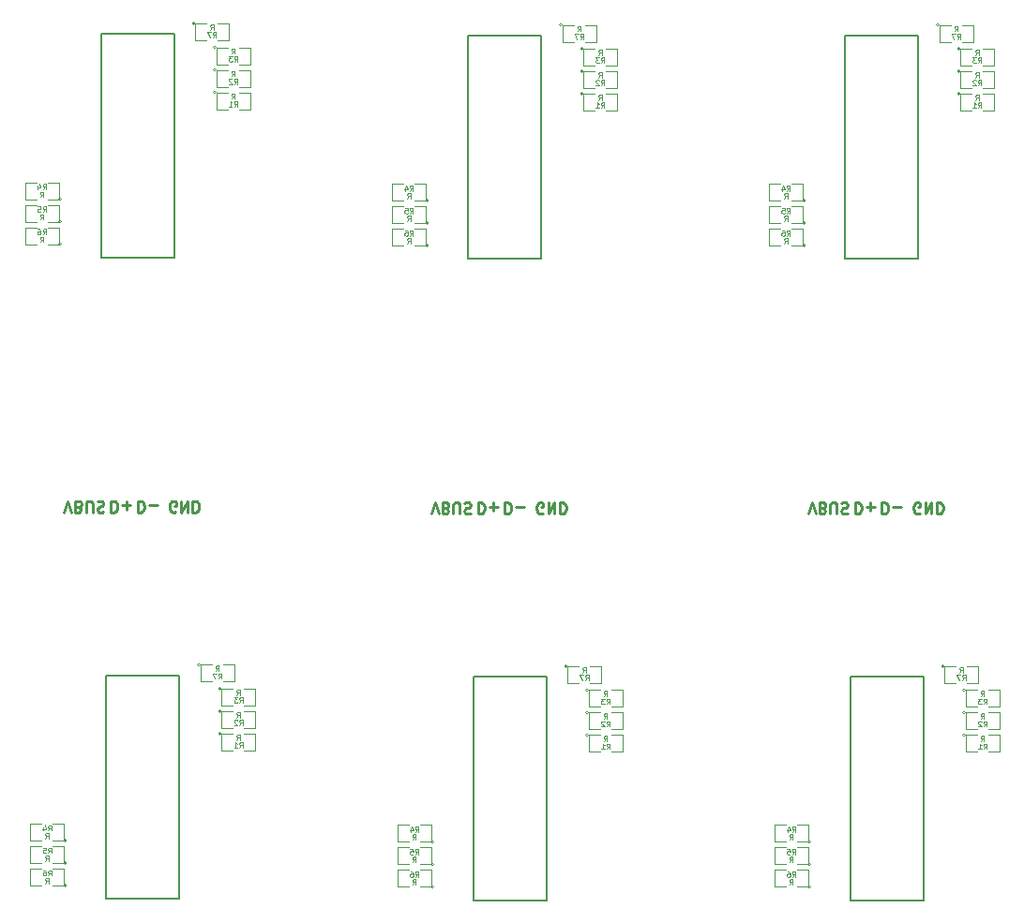
<source format=gbo>
G04 (created by PCBNEW (2013-may-18)-stable) date Пн 18 апр 2016 10:16:46*
%MOIN*%
G04 Gerber Fmt 3.4, Leading zero omitted, Abs format*
%FSLAX34Y34*%
G01*
G70*
G90*
G04 APERTURE LIST*
%ADD10C,0.00590551*%
%ADD11C,0.00984252*%
%ADD12C,0.0039*%
%ADD13C,0.0043*%
G04 APERTURE END LIST*
G54D10*
G54D11*
X58578Y-65534D02*
X58709Y-65140D01*
X58840Y-65534D01*
X59103Y-65346D02*
X59159Y-65328D01*
X59178Y-65309D01*
X59196Y-65271D01*
X59196Y-65215D01*
X59178Y-65178D01*
X59159Y-65159D01*
X59121Y-65140D01*
X58971Y-65140D01*
X58971Y-65534D01*
X59103Y-65534D01*
X59140Y-65515D01*
X59159Y-65496D01*
X59178Y-65459D01*
X59178Y-65421D01*
X59159Y-65384D01*
X59140Y-65365D01*
X59103Y-65346D01*
X58971Y-65346D01*
X59365Y-65534D02*
X59365Y-65215D01*
X59384Y-65178D01*
X59403Y-65159D01*
X59440Y-65140D01*
X59515Y-65140D01*
X59553Y-65159D01*
X59571Y-65178D01*
X59590Y-65215D01*
X59590Y-65534D01*
X59759Y-65159D02*
X59815Y-65140D01*
X59909Y-65140D01*
X59946Y-65159D01*
X59965Y-65178D01*
X59984Y-65215D01*
X59984Y-65253D01*
X59965Y-65290D01*
X59946Y-65309D01*
X59909Y-65328D01*
X59834Y-65346D01*
X59796Y-65365D01*
X59778Y-65384D01*
X59759Y-65421D01*
X59759Y-65459D01*
X59778Y-65496D01*
X59796Y-65515D01*
X59834Y-65534D01*
X59928Y-65534D01*
X59984Y-65515D01*
X60253Y-65140D02*
X60253Y-65534D01*
X60346Y-65534D01*
X60403Y-65515D01*
X60440Y-65478D01*
X60459Y-65440D01*
X60478Y-65365D01*
X60478Y-65309D01*
X60459Y-65234D01*
X60440Y-65196D01*
X60403Y-65159D01*
X60346Y-65140D01*
X60253Y-65140D01*
X60646Y-65290D02*
X60946Y-65290D01*
X60796Y-65140D02*
X60796Y-65440D01*
X61203Y-65140D02*
X61203Y-65534D01*
X61296Y-65534D01*
X61353Y-65515D01*
X61390Y-65478D01*
X61409Y-65440D01*
X61428Y-65365D01*
X61428Y-65309D01*
X61409Y-65234D01*
X61390Y-65196D01*
X61353Y-65159D01*
X61296Y-65140D01*
X61203Y-65140D01*
X61596Y-65290D02*
X61896Y-65290D01*
X62550Y-65515D02*
X62512Y-65534D01*
X62456Y-65534D01*
X62400Y-65515D01*
X62362Y-65478D01*
X62343Y-65440D01*
X62325Y-65365D01*
X62325Y-65309D01*
X62343Y-65234D01*
X62362Y-65196D01*
X62400Y-65159D01*
X62456Y-65140D01*
X62493Y-65140D01*
X62550Y-65159D01*
X62568Y-65178D01*
X62568Y-65309D01*
X62493Y-65309D01*
X62737Y-65140D02*
X62737Y-65534D01*
X62962Y-65140D01*
X62962Y-65534D01*
X63149Y-65140D02*
X63149Y-65534D01*
X63243Y-65534D01*
X63299Y-65515D01*
X63337Y-65478D01*
X63356Y-65440D01*
X63374Y-65365D01*
X63374Y-65309D01*
X63356Y-65234D01*
X63337Y-65196D01*
X63299Y-65159D01*
X63243Y-65140D01*
X63149Y-65140D01*
X75600Y-65565D02*
X75562Y-65584D01*
X75506Y-65584D01*
X75450Y-65565D01*
X75412Y-65528D01*
X75393Y-65490D01*
X75375Y-65415D01*
X75375Y-65359D01*
X75393Y-65284D01*
X75412Y-65246D01*
X75450Y-65209D01*
X75506Y-65190D01*
X75543Y-65190D01*
X75600Y-65209D01*
X75618Y-65228D01*
X75618Y-65359D01*
X75543Y-65359D01*
X75787Y-65190D02*
X75787Y-65584D01*
X76012Y-65190D01*
X76012Y-65584D01*
X76199Y-65190D02*
X76199Y-65584D01*
X76293Y-65584D01*
X76349Y-65565D01*
X76387Y-65528D01*
X76406Y-65490D01*
X76424Y-65415D01*
X76424Y-65359D01*
X76406Y-65284D01*
X76387Y-65246D01*
X76349Y-65209D01*
X76293Y-65190D01*
X76199Y-65190D01*
X74253Y-65190D02*
X74253Y-65584D01*
X74346Y-65584D01*
X74403Y-65565D01*
X74440Y-65528D01*
X74459Y-65490D01*
X74478Y-65415D01*
X74478Y-65359D01*
X74459Y-65284D01*
X74440Y-65246D01*
X74403Y-65209D01*
X74346Y-65190D01*
X74253Y-65190D01*
X74646Y-65340D02*
X74946Y-65340D01*
X73303Y-65190D02*
X73303Y-65584D01*
X73396Y-65584D01*
X73453Y-65565D01*
X73490Y-65528D01*
X73509Y-65490D01*
X73528Y-65415D01*
X73528Y-65359D01*
X73509Y-65284D01*
X73490Y-65246D01*
X73453Y-65209D01*
X73396Y-65190D01*
X73303Y-65190D01*
X73696Y-65340D02*
X73996Y-65340D01*
X73846Y-65190D02*
X73846Y-65490D01*
X71628Y-65584D02*
X71759Y-65190D01*
X71890Y-65584D01*
X72153Y-65396D02*
X72209Y-65378D01*
X72228Y-65359D01*
X72246Y-65321D01*
X72246Y-65265D01*
X72228Y-65228D01*
X72209Y-65209D01*
X72171Y-65190D01*
X72021Y-65190D01*
X72021Y-65584D01*
X72153Y-65584D01*
X72190Y-65565D01*
X72209Y-65546D01*
X72228Y-65509D01*
X72228Y-65471D01*
X72209Y-65434D01*
X72190Y-65415D01*
X72153Y-65396D01*
X72021Y-65396D01*
X72415Y-65584D02*
X72415Y-65265D01*
X72434Y-65228D01*
X72453Y-65209D01*
X72490Y-65190D01*
X72565Y-65190D01*
X72603Y-65209D01*
X72621Y-65228D01*
X72640Y-65265D01*
X72640Y-65584D01*
X72809Y-65209D02*
X72865Y-65190D01*
X72959Y-65190D01*
X72996Y-65209D01*
X73015Y-65228D01*
X73034Y-65265D01*
X73034Y-65303D01*
X73015Y-65340D01*
X72996Y-65359D01*
X72959Y-65378D01*
X72884Y-65396D01*
X72846Y-65415D01*
X72828Y-65434D01*
X72809Y-65471D01*
X72809Y-65509D01*
X72828Y-65546D01*
X72846Y-65565D01*
X72884Y-65584D01*
X72978Y-65584D01*
X73034Y-65565D01*
X85028Y-65584D02*
X85159Y-65190D01*
X85290Y-65584D01*
X85553Y-65396D02*
X85609Y-65378D01*
X85628Y-65359D01*
X85646Y-65321D01*
X85646Y-65265D01*
X85628Y-65228D01*
X85609Y-65209D01*
X85571Y-65190D01*
X85421Y-65190D01*
X85421Y-65584D01*
X85553Y-65584D01*
X85590Y-65565D01*
X85609Y-65546D01*
X85628Y-65509D01*
X85628Y-65471D01*
X85609Y-65434D01*
X85590Y-65415D01*
X85553Y-65396D01*
X85421Y-65396D01*
X85815Y-65584D02*
X85815Y-65265D01*
X85834Y-65228D01*
X85853Y-65209D01*
X85890Y-65190D01*
X85965Y-65190D01*
X86003Y-65209D01*
X86021Y-65228D01*
X86040Y-65265D01*
X86040Y-65584D01*
X86209Y-65209D02*
X86265Y-65190D01*
X86359Y-65190D01*
X86396Y-65209D01*
X86415Y-65228D01*
X86434Y-65265D01*
X86434Y-65303D01*
X86415Y-65340D01*
X86396Y-65359D01*
X86359Y-65378D01*
X86284Y-65396D01*
X86246Y-65415D01*
X86228Y-65434D01*
X86209Y-65471D01*
X86209Y-65509D01*
X86228Y-65546D01*
X86246Y-65565D01*
X86284Y-65584D01*
X86378Y-65584D01*
X86434Y-65565D01*
X86703Y-65190D02*
X86703Y-65584D01*
X86796Y-65584D01*
X86853Y-65565D01*
X86890Y-65528D01*
X86909Y-65490D01*
X86928Y-65415D01*
X86928Y-65359D01*
X86909Y-65284D01*
X86890Y-65246D01*
X86853Y-65209D01*
X86796Y-65190D01*
X86703Y-65190D01*
X87096Y-65340D02*
X87396Y-65340D01*
X87246Y-65190D02*
X87246Y-65490D01*
X87653Y-65190D02*
X87653Y-65584D01*
X87746Y-65584D01*
X87803Y-65565D01*
X87840Y-65528D01*
X87859Y-65490D01*
X87878Y-65415D01*
X87878Y-65359D01*
X87859Y-65284D01*
X87840Y-65246D01*
X87803Y-65209D01*
X87746Y-65190D01*
X87653Y-65190D01*
X88046Y-65340D02*
X88346Y-65340D01*
X89000Y-65565D02*
X88962Y-65584D01*
X88906Y-65584D01*
X88850Y-65565D01*
X88812Y-65528D01*
X88793Y-65490D01*
X88775Y-65415D01*
X88775Y-65359D01*
X88793Y-65284D01*
X88812Y-65246D01*
X88850Y-65209D01*
X88906Y-65190D01*
X88943Y-65190D01*
X89000Y-65209D01*
X89018Y-65228D01*
X89018Y-65359D01*
X88943Y-65359D01*
X89187Y-65190D02*
X89187Y-65584D01*
X89412Y-65190D01*
X89412Y-65584D01*
X89599Y-65190D02*
X89599Y-65584D01*
X89693Y-65584D01*
X89749Y-65565D01*
X89787Y-65528D01*
X89806Y-65490D01*
X89824Y-65415D01*
X89824Y-65359D01*
X89806Y-65284D01*
X89787Y-65246D01*
X89749Y-65209D01*
X89693Y-65190D01*
X89599Y-65190D01*
G54D10*
X62679Y-79286D02*
X62679Y-71333D01*
X62679Y-71333D02*
X60080Y-71333D01*
X60080Y-71333D02*
X60080Y-79286D01*
X60080Y-79286D02*
X62679Y-79286D01*
G54D12*
X63430Y-70960D02*
G75*
G03X63430Y-70960I-50J0D01*
G74*
G01*
X63830Y-70960D02*
X63430Y-70960D01*
X63430Y-70960D02*
X63430Y-71560D01*
X63430Y-71560D02*
X63830Y-71560D01*
X64230Y-71560D02*
X64630Y-71560D01*
X64630Y-71560D02*
X64630Y-70960D01*
X64630Y-70960D02*
X64230Y-70960D01*
X58680Y-78810D02*
G75*
G03X58680Y-78810I-50J0D01*
G74*
G01*
X58180Y-78810D02*
X58580Y-78810D01*
X58580Y-78810D02*
X58580Y-78210D01*
X58580Y-78210D02*
X58180Y-78210D01*
X57780Y-78210D02*
X57380Y-78210D01*
X57380Y-78210D02*
X57380Y-78810D01*
X57380Y-78810D02*
X57780Y-78810D01*
X58680Y-78010D02*
G75*
G03X58680Y-78010I-50J0D01*
G74*
G01*
X58180Y-78010D02*
X58580Y-78010D01*
X58580Y-78010D02*
X58580Y-77410D01*
X58580Y-77410D02*
X58180Y-77410D01*
X57780Y-77410D02*
X57380Y-77410D01*
X57380Y-77410D02*
X57380Y-78010D01*
X57380Y-78010D02*
X57780Y-78010D01*
X58680Y-77210D02*
G75*
G03X58680Y-77210I-50J0D01*
G74*
G01*
X58180Y-77210D02*
X58580Y-77210D01*
X58580Y-77210D02*
X58580Y-76610D01*
X58580Y-76610D02*
X58180Y-76610D01*
X57780Y-76610D02*
X57380Y-76610D01*
X57380Y-76610D02*
X57380Y-77210D01*
X57380Y-77210D02*
X57780Y-77210D01*
X64180Y-71810D02*
G75*
G03X64180Y-71810I-50J0D01*
G74*
G01*
X64580Y-71810D02*
X64180Y-71810D01*
X64180Y-71810D02*
X64180Y-72410D01*
X64180Y-72410D02*
X64580Y-72410D01*
X64980Y-72410D02*
X65380Y-72410D01*
X65380Y-72410D02*
X65380Y-71810D01*
X65380Y-71810D02*
X64980Y-71810D01*
X64180Y-72610D02*
G75*
G03X64180Y-72610I-50J0D01*
G74*
G01*
X64580Y-72610D02*
X64180Y-72610D01*
X64180Y-72610D02*
X64180Y-73210D01*
X64180Y-73210D02*
X64580Y-73210D01*
X64980Y-73210D02*
X65380Y-73210D01*
X65380Y-73210D02*
X65380Y-72610D01*
X65380Y-72610D02*
X64980Y-72610D01*
X64180Y-73410D02*
G75*
G03X64180Y-73410I-50J0D01*
G74*
G01*
X64580Y-73410D02*
X64180Y-73410D01*
X64180Y-73410D02*
X64180Y-74010D01*
X64180Y-74010D02*
X64580Y-74010D01*
X64980Y-74010D02*
X65380Y-74010D01*
X65380Y-74010D02*
X65380Y-73410D01*
X65380Y-73410D02*
X64980Y-73410D01*
X63990Y-50600D02*
G75*
G03X63990Y-50600I-50J0D01*
G74*
G01*
X64390Y-50600D02*
X63990Y-50600D01*
X63990Y-50600D02*
X63990Y-51200D01*
X63990Y-51200D02*
X64390Y-51200D01*
X64790Y-51200D02*
X65190Y-51200D01*
X65190Y-51200D02*
X65190Y-50600D01*
X65190Y-50600D02*
X64790Y-50600D01*
X63990Y-49800D02*
G75*
G03X63990Y-49800I-50J0D01*
G74*
G01*
X64390Y-49800D02*
X63990Y-49800D01*
X63990Y-49800D02*
X63990Y-50400D01*
X63990Y-50400D02*
X64390Y-50400D01*
X64790Y-50400D02*
X65190Y-50400D01*
X65190Y-50400D02*
X65190Y-49800D01*
X65190Y-49800D02*
X64790Y-49800D01*
X63990Y-49000D02*
G75*
G03X63990Y-49000I-50J0D01*
G74*
G01*
X64390Y-49000D02*
X63990Y-49000D01*
X63990Y-49000D02*
X63990Y-49600D01*
X63990Y-49600D02*
X64390Y-49600D01*
X64790Y-49600D02*
X65190Y-49600D01*
X65190Y-49600D02*
X65190Y-49000D01*
X65190Y-49000D02*
X64790Y-49000D01*
X58490Y-54400D02*
G75*
G03X58490Y-54400I-50J0D01*
G74*
G01*
X57990Y-54400D02*
X58390Y-54400D01*
X58390Y-54400D02*
X58390Y-53800D01*
X58390Y-53800D02*
X57990Y-53800D01*
X57590Y-53800D02*
X57190Y-53800D01*
X57190Y-53800D02*
X57190Y-54400D01*
X57190Y-54400D02*
X57590Y-54400D01*
X58490Y-55200D02*
G75*
G03X58490Y-55200I-50J0D01*
G74*
G01*
X57990Y-55200D02*
X58390Y-55200D01*
X58390Y-55200D02*
X58390Y-54600D01*
X58390Y-54600D02*
X57990Y-54600D01*
X57590Y-54600D02*
X57190Y-54600D01*
X57190Y-54600D02*
X57190Y-55200D01*
X57190Y-55200D02*
X57590Y-55200D01*
X58490Y-56000D02*
G75*
G03X58490Y-56000I-50J0D01*
G74*
G01*
X57990Y-56000D02*
X58390Y-56000D01*
X58390Y-56000D02*
X58390Y-55400D01*
X58390Y-55400D02*
X57990Y-55400D01*
X57590Y-55400D02*
X57190Y-55400D01*
X57190Y-55400D02*
X57190Y-56000D01*
X57190Y-56000D02*
X57590Y-56000D01*
X63240Y-48150D02*
G75*
G03X63240Y-48150I-50J0D01*
G74*
G01*
X63640Y-48150D02*
X63240Y-48150D01*
X63240Y-48150D02*
X63240Y-48750D01*
X63240Y-48750D02*
X63640Y-48750D01*
X64040Y-48750D02*
X64440Y-48750D01*
X64440Y-48750D02*
X64440Y-48150D01*
X64440Y-48150D02*
X64040Y-48150D01*
G54D10*
X62489Y-56476D02*
X62489Y-48523D01*
X62489Y-48523D02*
X59890Y-48523D01*
X59890Y-48523D02*
X59890Y-56476D01*
X59890Y-56476D02*
X62489Y-56476D01*
X75539Y-56526D02*
X75539Y-48573D01*
X75539Y-48573D02*
X72940Y-48573D01*
X72940Y-48573D02*
X72940Y-56526D01*
X72940Y-56526D02*
X75539Y-56526D01*
G54D12*
X76290Y-48200D02*
G75*
G03X76290Y-48200I-50J0D01*
G74*
G01*
X76690Y-48200D02*
X76290Y-48200D01*
X76290Y-48200D02*
X76290Y-48800D01*
X76290Y-48800D02*
X76690Y-48800D01*
X77090Y-48800D02*
X77490Y-48800D01*
X77490Y-48800D02*
X77490Y-48200D01*
X77490Y-48200D02*
X77090Y-48200D01*
X71540Y-56050D02*
G75*
G03X71540Y-56050I-50J0D01*
G74*
G01*
X71040Y-56050D02*
X71440Y-56050D01*
X71440Y-56050D02*
X71440Y-55450D01*
X71440Y-55450D02*
X71040Y-55450D01*
X70640Y-55450D02*
X70240Y-55450D01*
X70240Y-55450D02*
X70240Y-56050D01*
X70240Y-56050D02*
X70640Y-56050D01*
X71540Y-55250D02*
G75*
G03X71540Y-55250I-50J0D01*
G74*
G01*
X71040Y-55250D02*
X71440Y-55250D01*
X71440Y-55250D02*
X71440Y-54650D01*
X71440Y-54650D02*
X71040Y-54650D01*
X70640Y-54650D02*
X70240Y-54650D01*
X70240Y-54650D02*
X70240Y-55250D01*
X70240Y-55250D02*
X70640Y-55250D01*
X71540Y-54450D02*
G75*
G03X71540Y-54450I-50J0D01*
G74*
G01*
X71040Y-54450D02*
X71440Y-54450D01*
X71440Y-54450D02*
X71440Y-53850D01*
X71440Y-53850D02*
X71040Y-53850D01*
X70640Y-53850D02*
X70240Y-53850D01*
X70240Y-53850D02*
X70240Y-54450D01*
X70240Y-54450D02*
X70640Y-54450D01*
X77040Y-49050D02*
G75*
G03X77040Y-49050I-50J0D01*
G74*
G01*
X77440Y-49050D02*
X77040Y-49050D01*
X77040Y-49050D02*
X77040Y-49650D01*
X77040Y-49650D02*
X77440Y-49650D01*
X77840Y-49650D02*
X78240Y-49650D01*
X78240Y-49650D02*
X78240Y-49050D01*
X78240Y-49050D02*
X77840Y-49050D01*
X77040Y-49850D02*
G75*
G03X77040Y-49850I-50J0D01*
G74*
G01*
X77440Y-49850D02*
X77040Y-49850D01*
X77040Y-49850D02*
X77040Y-50450D01*
X77040Y-50450D02*
X77440Y-50450D01*
X77840Y-50450D02*
X78240Y-50450D01*
X78240Y-50450D02*
X78240Y-49850D01*
X78240Y-49850D02*
X77840Y-49850D01*
X77040Y-50650D02*
G75*
G03X77040Y-50650I-50J0D01*
G74*
G01*
X77440Y-50650D02*
X77040Y-50650D01*
X77040Y-50650D02*
X77040Y-51250D01*
X77040Y-51250D02*
X77440Y-51250D01*
X77840Y-51250D02*
X78240Y-51250D01*
X78240Y-51250D02*
X78240Y-50650D01*
X78240Y-50650D02*
X77840Y-50650D01*
X77230Y-73460D02*
G75*
G03X77230Y-73460I-50J0D01*
G74*
G01*
X77630Y-73460D02*
X77230Y-73460D01*
X77230Y-73460D02*
X77230Y-74060D01*
X77230Y-74060D02*
X77630Y-74060D01*
X78030Y-74060D02*
X78430Y-74060D01*
X78430Y-74060D02*
X78430Y-73460D01*
X78430Y-73460D02*
X78030Y-73460D01*
X77230Y-72660D02*
G75*
G03X77230Y-72660I-50J0D01*
G74*
G01*
X77630Y-72660D02*
X77230Y-72660D01*
X77230Y-72660D02*
X77230Y-73260D01*
X77230Y-73260D02*
X77630Y-73260D01*
X78030Y-73260D02*
X78430Y-73260D01*
X78430Y-73260D02*
X78430Y-72660D01*
X78430Y-72660D02*
X78030Y-72660D01*
X77230Y-71860D02*
G75*
G03X77230Y-71860I-50J0D01*
G74*
G01*
X77630Y-71860D02*
X77230Y-71860D01*
X77230Y-71860D02*
X77230Y-72460D01*
X77230Y-72460D02*
X77630Y-72460D01*
X78030Y-72460D02*
X78430Y-72460D01*
X78430Y-72460D02*
X78430Y-71860D01*
X78430Y-71860D02*
X78030Y-71860D01*
X71730Y-77260D02*
G75*
G03X71730Y-77260I-50J0D01*
G74*
G01*
X71230Y-77260D02*
X71630Y-77260D01*
X71630Y-77260D02*
X71630Y-76660D01*
X71630Y-76660D02*
X71230Y-76660D01*
X70830Y-76660D02*
X70430Y-76660D01*
X70430Y-76660D02*
X70430Y-77260D01*
X70430Y-77260D02*
X70830Y-77260D01*
X71730Y-78060D02*
G75*
G03X71730Y-78060I-50J0D01*
G74*
G01*
X71230Y-78060D02*
X71630Y-78060D01*
X71630Y-78060D02*
X71630Y-77460D01*
X71630Y-77460D02*
X71230Y-77460D01*
X70830Y-77460D02*
X70430Y-77460D01*
X70430Y-77460D02*
X70430Y-78060D01*
X70430Y-78060D02*
X70830Y-78060D01*
X71730Y-78860D02*
G75*
G03X71730Y-78860I-50J0D01*
G74*
G01*
X71230Y-78860D02*
X71630Y-78860D01*
X71630Y-78860D02*
X71630Y-78260D01*
X71630Y-78260D02*
X71230Y-78260D01*
X70830Y-78260D02*
X70430Y-78260D01*
X70430Y-78260D02*
X70430Y-78860D01*
X70430Y-78860D02*
X70830Y-78860D01*
X76480Y-71010D02*
G75*
G03X76480Y-71010I-50J0D01*
G74*
G01*
X76880Y-71010D02*
X76480Y-71010D01*
X76480Y-71010D02*
X76480Y-71610D01*
X76480Y-71610D02*
X76880Y-71610D01*
X77280Y-71610D02*
X77680Y-71610D01*
X77680Y-71610D02*
X77680Y-71010D01*
X77680Y-71010D02*
X77280Y-71010D01*
G54D10*
X75729Y-79336D02*
X75729Y-71383D01*
X75729Y-71383D02*
X73130Y-71383D01*
X73130Y-71383D02*
X73130Y-79336D01*
X73130Y-79336D02*
X75729Y-79336D01*
X89129Y-79336D02*
X89129Y-71383D01*
X89129Y-71383D02*
X86530Y-71383D01*
X86530Y-71383D02*
X86530Y-79336D01*
X86530Y-79336D02*
X89129Y-79336D01*
G54D12*
X89880Y-71010D02*
G75*
G03X89880Y-71010I-50J0D01*
G74*
G01*
X90280Y-71010D02*
X89880Y-71010D01*
X89880Y-71010D02*
X89880Y-71610D01*
X89880Y-71610D02*
X90280Y-71610D01*
X90680Y-71610D02*
X91080Y-71610D01*
X91080Y-71610D02*
X91080Y-71010D01*
X91080Y-71010D02*
X90680Y-71010D01*
X85130Y-78860D02*
G75*
G03X85130Y-78860I-50J0D01*
G74*
G01*
X84630Y-78860D02*
X85030Y-78860D01*
X85030Y-78860D02*
X85030Y-78260D01*
X85030Y-78260D02*
X84630Y-78260D01*
X84230Y-78260D02*
X83830Y-78260D01*
X83830Y-78260D02*
X83830Y-78860D01*
X83830Y-78860D02*
X84230Y-78860D01*
X85130Y-78060D02*
G75*
G03X85130Y-78060I-50J0D01*
G74*
G01*
X84630Y-78060D02*
X85030Y-78060D01*
X85030Y-78060D02*
X85030Y-77460D01*
X85030Y-77460D02*
X84630Y-77460D01*
X84230Y-77460D02*
X83830Y-77460D01*
X83830Y-77460D02*
X83830Y-78060D01*
X83830Y-78060D02*
X84230Y-78060D01*
X85130Y-77260D02*
G75*
G03X85130Y-77260I-50J0D01*
G74*
G01*
X84630Y-77260D02*
X85030Y-77260D01*
X85030Y-77260D02*
X85030Y-76660D01*
X85030Y-76660D02*
X84630Y-76660D01*
X84230Y-76660D02*
X83830Y-76660D01*
X83830Y-76660D02*
X83830Y-77260D01*
X83830Y-77260D02*
X84230Y-77260D01*
X90630Y-71860D02*
G75*
G03X90630Y-71860I-50J0D01*
G74*
G01*
X91030Y-71860D02*
X90630Y-71860D01*
X90630Y-71860D02*
X90630Y-72460D01*
X90630Y-72460D02*
X91030Y-72460D01*
X91430Y-72460D02*
X91830Y-72460D01*
X91830Y-72460D02*
X91830Y-71860D01*
X91830Y-71860D02*
X91430Y-71860D01*
X90630Y-72660D02*
G75*
G03X90630Y-72660I-50J0D01*
G74*
G01*
X91030Y-72660D02*
X90630Y-72660D01*
X90630Y-72660D02*
X90630Y-73260D01*
X90630Y-73260D02*
X91030Y-73260D01*
X91430Y-73260D02*
X91830Y-73260D01*
X91830Y-73260D02*
X91830Y-72660D01*
X91830Y-72660D02*
X91430Y-72660D01*
X90630Y-73460D02*
G75*
G03X90630Y-73460I-50J0D01*
G74*
G01*
X91030Y-73460D02*
X90630Y-73460D01*
X90630Y-73460D02*
X90630Y-74060D01*
X90630Y-74060D02*
X91030Y-74060D01*
X91430Y-74060D02*
X91830Y-74060D01*
X91830Y-74060D02*
X91830Y-73460D01*
X91830Y-73460D02*
X91430Y-73460D01*
X90440Y-50650D02*
G75*
G03X90440Y-50650I-50J0D01*
G74*
G01*
X90840Y-50650D02*
X90440Y-50650D01*
X90440Y-50650D02*
X90440Y-51250D01*
X90440Y-51250D02*
X90840Y-51250D01*
X91240Y-51250D02*
X91640Y-51250D01*
X91640Y-51250D02*
X91640Y-50650D01*
X91640Y-50650D02*
X91240Y-50650D01*
X90440Y-49850D02*
G75*
G03X90440Y-49850I-50J0D01*
G74*
G01*
X90840Y-49850D02*
X90440Y-49850D01*
X90440Y-49850D02*
X90440Y-50450D01*
X90440Y-50450D02*
X90840Y-50450D01*
X91240Y-50450D02*
X91640Y-50450D01*
X91640Y-50450D02*
X91640Y-49850D01*
X91640Y-49850D02*
X91240Y-49850D01*
X90440Y-49050D02*
G75*
G03X90440Y-49050I-50J0D01*
G74*
G01*
X90840Y-49050D02*
X90440Y-49050D01*
X90440Y-49050D02*
X90440Y-49650D01*
X90440Y-49650D02*
X90840Y-49650D01*
X91240Y-49650D02*
X91640Y-49650D01*
X91640Y-49650D02*
X91640Y-49050D01*
X91640Y-49050D02*
X91240Y-49050D01*
X84940Y-54450D02*
G75*
G03X84940Y-54450I-50J0D01*
G74*
G01*
X84440Y-54450D02*
X84840Y-54450D01*
X84840Y-54450D02*
X84840Y-53850D01*
X84840Y-53850D02*
X84440Y-53850D01*
X84040Y-53850D02*
X83640Y-53850D01*
X83640Y-53850D02*
X83640Y-54450D01*
X83640Y-54450D02*
X84040Y-54450D01*
X84940Y-55250D02*
G75*
G03X84940Y-55250I-50J0D01*
G74*
G01*
X84440Y-55250D02*
X84840Y-55250D01*
X84840Y-55250D02*
X84840Y-54650D01*
X84840Y-54650D02*
X84440Y-54650D01*
X84040Y-54650D02*
X83640Y-54650D01*
X83640Y-54650D02*
X83640Y-55250D01*
X83640Y-55250D02*
X84040Y-55250D01*
X84940Y-56050D02*
G75*
G03X84940Y-56050I-50J0D01*
G74*
G01*
X84440Y-56050D02*
X84840Y-56050D01*
X84840Y-56050D02*
X84840Y-55450D01*
X84840Y-55450D02*
X84440Y-55450D01*
X84040Y-55450D02*
X83640Y-55450D01*
X83640Y-55450D02*
X83640Y-56050D01*
X83640Y-56050D02*
X84040Y-56050D01*
X89690Y-48200D02*
G75*
G03X89690Y-48200I-50J0D01*
G74*
G01*
X90090Y-48200D02*
X89690Y-48200D01*
X89690Y-48200D02*
X89690Y-48800D01*
X89690Y-48800D02*
X90090Y-48800D01*
X90490Y-48800D02*
X90890Y-48800D01*
X90890Y-48800D02*
X90890Y-48200D01*
X90890Y-48200D02*
X90490Y-48200D01*
G54D10*
X88939Y-56526D02*
X88939Y-48573D01*
X88939Y-48573D02*
X86340Y-48573D01*
X86340Y-48573D02*
X86340Y-56526D01*
X86340Y-56526D02*
X88939Y-56526D01*
G54D13*
X64062Y-71464D02*
X64128Y-71370D01*
X64175Y-71464D02*
X64175Y-71267D01*
X64100Y-71267D01*
X64081Y-71277D01*
X64072Y-71286D01*
X64062Y-71305D01*
X64062Y-71333D01*
X64072Y-71352D01*
X64081Y-71361D01*
X64100Y-71370D01*
X64175Y-71370D01*
X63997Y-71267D02*
X63865Y-71267D01*
X63950Y-71464D01*
X63969Y-71189D02*
X64034Y-71095D01*
X64081Y-71189D02*
X64081Y-70992D01*
X64006Y-70992D01*
X63987Y-71002D01*
X63978Y-71011D01*
X63969Y-71030D01*
X63969Y-71058D01*
X63978Y-71077D01*
X63987Y-71086D01*
X64006Y-71095D01*
X64081Y-71095D01*
X58012Y-78464D02*
X58078Y-78370D01*
X58125Y-78464D02*
X58125Y-78267D01*
X58050Y-78267D01*
X58031Y-78277D01*
X58022Y-78286D01*
X58012Y-78305D01*
X58012Y-78333D01*
X58022Y-78352D01*
X58031Y-78361D01*
X58050Y-78370D01*
X58125Y-78370D01*
X57843Y-78267D02*
X57881Y-78267D01*
X57900Y-78277D01*
X57909Y-78286D01*
X57928Y-78314D01*
X57937Y-78352D01*
X57937Y-78427D01*
X57928Y-78445D01*
X57919Y-78455D01*
X57900Y-78464D01*
X57862Y-78464D01*
X57843Y-78455D01*
X57834Y-78445D01*
X57825Y-78427D01*
X57825Y-78380D01*
X57834Y-78361D01*
X57843Y-78352D01*
X57862Y-78342D01*
X57900Y-78342D01*
X57919Y-78352D01*
X57928Y-78361D01*
X57937Y-78380D01*
X57919Y-78739D02*
X57984Y-78645D01*
X58031Y-78739D02*
X58031Y-78542D01*
X57956Y-78542D01*
X57937Y-78552D01*
X57928Y-78561D01*
X57919Y-78580D01*
X57919Y-78608D01*
X57928Y-78627D01*
X57937Y-78636D01*
X57956Y-78645D01*
X58031Y-78645D01*
X58012Y-77664D02*
X58078Y-77570D01*
X58125Y-77664D02*
X58125Y-77467D01*
X58050Y-77467D01*
X58031Y-77477D01*
X58022Y-77486D01*
X58012Y-77505D01*
X58012Y-77533D01*
X58022Y-77552D01*
X58031Y-77561D01*
X58050Y-77570D01*
X58125Y-77570D01*
X57834Y-77467D02*
X57928Y-77467D01*
X57937Y-77561D01*
X57928Y-77552D01*
X57909Y-77542D01*
X57862Y-77542D01*
X57843Y-77552D01*
X57834Y-77561D01*
X57825Y-77580D01*
X57825Y-77627D01*
X57834Y-77645D01*
X57843Y-77655D01*
X57862Y-77664D01*
X57909Y-77664D01*
X57928Y-77655D01*
X57937Y-77645D01*
X57919Y-77939D02*
X57984Y-77845D01*
X58031Y-77939D02*
X58031Y-77742D01*
X57956Y-77742D01*
X57937Y-77752D01*
X57928Y-77761D01*
X57919Y-77780D01*
X57919Y-77808D01*
X57928Y-77827D01*
X57937Y-77836D01*
X57956Y-77845D01*
X58031Y-77845D01*
X58012Y-76864D02*
X58078Y-76770D01*
X58125Y-76864D02*
X58125Y-76667D01*
X58050Y-76667D01*
X58031Y-76677D01*
X58022Y-76686D01*
X58012Y-76705D01*
X58012Y-76733D01*
X58022Y-76752D01*
X58031Y-76761D01*
X58050Y-76770D01*
X58125Y-76770D01*
X57843Y-76733D02*
X57843Y-76864D01*
X57890Y-76658D02*
X57937Y-76799D01*
X57815Y-76799D01*
X57919Y-77139D02*
X57984Y-77045D01*
X58031Y-77139D02*
X58031Y-76942D01*
X57956Y-76942D01*
X57937Y-76952D01*
X57928Y-76961D01*
X57919Y-76980D01*
X57919Y-77008D01*
X57928Y-77027D01*
X57937Y-77036D01*
X57956Y-77045D01*
X58031Y-77045D01*
X64812Y-72314D02*
X64878Y-72220D01*
X64925Y-72314D02*
X64925Y-72117D01*
X64850Y-72117D01*
X64831Y-72127D01*
X64822Y-72136D01*
X64812Y-72155D01*
X64812Y-72183D01*
X64822Y-72202D01*
X64831Y-72211D01*
X64850Y-72220D01*
X64925Y-72220D01*
X64747Y-72117D02*
X64625Y-72117D01*
X64690Y-72192D01*
X64662Y-72192D01*
X64643Y-72202D01*
X64634Y-72211D01*
X64625Y-72230D01*
X64625Y-72277D01*
X64634Y-72295D01*
X64643Y-72305D01*
X64662Y-72314D01*
X64719Y-72314D01*
X64737Y-72305D01*
X64747Y-72295D01*
X64719Y-72039D02*
X64784Y-71945D01*
X64831Y-72039D02*
X64831Y-71842D01*
X64756Y-71842D01*
X64737Y-71852D01*
X64728Y-71861D01*
X64719Y-71880D01*
X64719Y-71908D01*
X64728Y-71927D01*
X64737Y-71936D01*
X64756Y-71945D01*
X64831Y-71945D01*
X64812Y-73114D02*
X64878Y-73020D01*
X64925Y-73114D02*
X64925Y-72917D01*
X64850Y-72917D01*
X64831Y-72927D01*
X64822Y-72936D01*
X64812Y-72955D01*
X64812Y-72983D01*
X64822Y-73002D01*
X64831Y-73011D01*
X64850Y-73020D01*
X64925Y-73020D01*
X64737Y-72936D02*
X64728Y-72927D01*
X64709Y-72917D01*
X64662Y-72917D01*
X64643Y-72927D01*
X64634Y-72936D01*
X64625Y-72955D01*
X64625Y-72974D01*
X64634Y-73002D01*
X64747Y-73114D01*
X64625Y-73114D01*
X64719Y-72839D02*
X64784Y-72745D01*
X64831Y-72839D02*
X64831Y-72642D01*
X64756Y-72642D01*
X64737Y-72652D01*
X64728Y-72661D01*
X64719Y-72680D01*
X64719Y-72708D01*
X64728Y-72727D01*
X64737Y-72736D01*
X64756Y-72745D01*
X64831Y-72745D01*
X64812Y-73914D02*
X64878Y-73820D01*
X64925Y-73914D02*
X64925Y-73717D01*
X64850Y-73717D01*
X64831Y-73727D01*
X64822Y-73736D01*
X64812Y-73755D01*
X64812Y-73783D01*
X64822Y-73802D01*
X64831Y-73811D01*
X64850Y-73820D01*
X64925Y-73820D01*
X64625Y-73914D02*
X64737Y-73914D01*
X64681Y-73914D02*
X64681Y-73717D01*
X64700Y-73745D01*
X64719Y-73764D01*
X64737Y-73774D01*
X64719Y-73639D02*
X64784Y-73545D01*
X64831Y-73639D02*
X64831Y-73442D01*
X64756Y-73442D01*
X64737Y-73452D01*
X64728Y-73461D01*
X64719Y-73480D01*
X64719Y-73508D01*
X64728Y-73527D01*
X64737Y-73536D01*
X64756Y-73545D01*
X64831Y-73545D01*
X64622Y-51104D02*
X64688Y-51010D01*
X64735Y-51104D02*
X64735Y-50907D01*
X64660Y-50907D01*
X64641Y-50917D01*
X64632Y-50926D01*
X64622Y-50945D01*
X64622Y-50973D01*
X64632Y-50992D01*
X64641Y-51001D01*
X64660Y-51010D01*
X64735Y-51010D01*
X64435Y-51104D02*
X64547Y-51104D01*
X64491Y-51104D02*
X64491Y-50907D01*
X64510Y-50935D01*
X64529Y-50954D01*
X64547Y-50964D01*
X64529Y-50829D02*
X64594Y-50735D01*
X64641Y-50829D02*
X64641Y-50632D01*
X64566Y-50632D01*
X64547Y-50642D01*
X64538Y-50651D01*
X64529Y-50670D01*
X64529Y-50698D01*
X64538Y-50717D01*
X64547Y-50726D01*
X64566Y-50735D01*
X64641Y-50735D01*
X64622Y-50304D02*
X64688Y-50210D01*
X64735Y-50304D02*
X64735Y-50107D01*
X64660Y-50107D01*
X64641Y-50117D01*
X64632Y-50126D01*
X64622Y-50145D01*
X64622Y-50173D01*
X64632Y-50192D01*
X64641Y-50201D01*
X64660Y-50210D01*
X64735Y-50210D01*
X64547Y-50126D02*
X64538Y-50117D01*
X64519Y-50107D01*
X64472Y-50107D01*
X64453Y-50117D01*
X64444Y-50126D01*
X64435Y-50145D01*
X64435Y-50164D01*
X64444Y-50192D01*
X64557Y-50304D01*
X64435Y-50304D01*
X64529Y-50029D02*
X64594Y-49935D01*
X64641Y-50029D02*
X64641Y-49832D01*
X64566Y-49832D01*
X64547Y-49842D01*
X64538Y-49851D01*
X64529Y-49870D01*
X64529Y-49898D01*
X64538Y-49917D01*
X64547Y-49926D01*
X64566Y-49935D01*
X64641Y-49935D01*
X64622Y-49504D02*
X64688Y-49410D01*
X64735Y-49504D02*
X64735Y-49307D01*
X64660Y-49307D01*
X64641Y-49317D01*
X64632Y-49326D01*
X64622Y-49345D01*
X64622Y-49373D01*
X64632Y-49392D01*
X64641Y-49401D01*
X64660Y-49410D01*
X64735Y-49410D01*
X64557Y-49307D02*
X64435Y-49307D01*
X64500Y-49382D01*
X64472Y-49382D01*
X64453Y-49392D01*
X64444Y-49401D01*
X64435Y-49420D01*
X64435Y-49467D01*
X64444Y-49485D01*
X64453Y-49495D01*
X64472Y-49504D01*
X64529Y-49504D01*
X64547Y-49495D01*
X64557Y-49485D01*
X64529Y-49229D02*
X64594Y-49135D01*
X64641Y-49229D02*
X64641Y-49032D01*
X64566Y-49032D01*
X64547Y-49042D01*
X64538Y-49051D01*
X64529Y-49070D01*
X64529Y-49098D01*
X64538Y-49117D01*
X64547Y-49126D01*
X64566Y-49135D01*
X64641Y-49135D01*
X57822Y-54054D02*
X57888Y-53960D01*
X57935Y-54054D02*
X57935Y-53857D01*
X57860Y-53857D01*
X57841Y-53867D01*
X57832Y-53876D01*
X57822Y-53895D01*
X57822Y-53923D01*
X57832Y-53942D01*
X57841Y-53951D01*
X57860Y-53960D01*
X57935Y-53960D01*
X57653Y-53923D02*
X57653Y-54054D01*
X57700Y-53848D02*
X57747Y-53989D01*
X57625Y-53989D01*
X57729Y-54329D02*
X57794Y-54235D01*
X57841Y-54329D02*
X57841Y-54132D01*
X57766Y-54132D01*
X57747Y-54142D01*
X57738Y-54151D01*
X57729Y-54170D01*
X57729Y-54198D01*
X57738Y-54217D01*
X57747Y-54226D01*
X57766Y-54235D01*
X57841Y-54235D01*
X57822Y-54854D02*
X57888Y-54760D01*
X57935Y-54854D02*
X57935Y-54657D01*
X57860Y-54657D01*
X57841Y-54667D01*
X57832Y-54676D01*
X57822Y-54695D01*
X57822Y-54723D01*
X57832Y-54742D01*
X57841Y-54751D01*
X57860Y-54760D01*
X57935Y-54760D01*
X57644Y-54657D02*
X57738Y-54657D01*
X57747Y-54751D01*
X57738Y-54742D01*
X57719Y-54732D01*
X57672Y-54732D01*
X57653Y-54742D01*
X57644Y-54751D01*
X57635Y-54770D01*
X57635Y-54817D01*
X57644Y-54835D01*
X57653Y-54845D01*
X57672Y-54854D01*
X57719Y-54854D01*
X57738Y-54845D01*
X57747Y-54835D01*
X57729Y-55129D02*
X57794Y-55035D01*
X57841Y-55129D02*
X57841Y-54932D01*
X57766Y-54932D01*
X57747Y-54942D01*
X57738Y-54951D01*
X57729Y-54970D01*
X57729Y-54998D01*
X57738Y-55017D01*
X57747Y-55026D01*
X57766Y-55035D01*
X57841Y-55035D01*
X57822Y-55654D02*
X57888Y-55560D01*
X57935Y-55654D02*
X57935Y-55457D01*
X57860Y-55457D01*
X57841Y-55467D01*
X57832Y-55476D01*
X57822Y-55495D01*
X57822Y-55523D01*
X57832Y-55542D01*
X57841Y-55551D01*
X57860Y-55560D01*
X57935Y-55560D01*
X57653Y-55457D02*
X57691Y-55457D01*
X57710Y-55467D01*
X57719Y-55476D01*
X57738Y-55504D01*
X57747Y-55542D01*
X57747Y-55617D01*
X57738Y-55635D01*
X57729Y-55645D01*
X57710Y-55654D01*
X57672Y-55654D01*
X57653Y-55645D01*
X57644Y-55635D01*
X57635Y-55617D01*
X57635Y-55570D01*
X57644Y-55551D01*
X57653Y-55542D01*
X57672Y-55532D01*
X57710Y-55532D01*
X57729Y-55542D01*
X57738Y-55551D01*
X57747Y-55570D01*
X57729Y-55929D02*
X57794Y-55835D01*
X57841Y-55929D02*
X57841Y-55732D01*
X57766Y-55732D01*
X57747Y-55742D01*
X57738Y-55751D01*
X57729Y-55770D01*
X57729Y-55798D01*
X57738Y-55817D01*
X57747Y-55826D01*
X57766Y-55835D01*
X57841Y-55835D01*
X63872Y-48654D02*
X63938Y-48560D01*
X63985Y-48654D02*
X63985Y-48457D01*
X63910Y-48457D01*
X63891Y-48467D01*
X63882Y-48476D01*
X63872Y-48495D01*
X63872Y-48523D01*
X63882Y-48542D01*
X63891Y-48551D01*
X63910Y-48560D01*
X63985Y-48560D01*
X63807Y-48457D02*
X63675Y-48457D01*
X63760Y-48654D01*
X63779Y-48379D02*
X63844Y-48285D01*
X63891Y-48379D02*
X63891Y-48182D01*
X63816Y-48182D01*
X63797Y-48192D01*
X63788Y-48201D01*
X63779Y-48220D01*
X63779Y-48248D01*
X63788Y-48267D01*
X63797Y-48276D01*
X63816Y-48285D01*
X63891Y-48285D01*
X76922Y-48704D02*
X76988Y-48610D01*
X77035Y-48704D02*
X77035Y-48507D01*
X76960Y-48507D01*
X76941Y-48517D01*
X76932Y-48526D01*
X76922Y-48545D01*
X76922Y-48573D01*
X76932Y-48592D01*
X76941Y-48601D01*
X76960Y-48610D01*
X77035Y-48610D01*
X76857Y-48507D02*
X76725Y-48507D01*
X76810Y-48704D01*
X76829Y-48429D02*
X76894Y-48335D01*
X76941Y-48429D02*
X76941Y-48232D01*
X76866Y-48232D01*
X76847Y-48242D01*
X76838Y-48251D01*
X76829Y-48270D01*
X76829Y-48298D01*
X76838Y-48317D01*
X76847Y-48326D01*
X76866Y-48335D01*
X76941Y-48335D01*
X70872Y-55704D02*
X70938Y-55610D01*
X70985Y-55704D02*
X70985Y-55507D01*
X70910Y-55507D01*
X70891Y-55517D01*
X70882Y-55526D01*
X70872Y-55545D01*
X70872Y-55573D01*
X70882Y-55592D01*
X70891Y-55601D01*
X70910Y-55610D01*
X70985Y-55610D01*
X70703Y-55507D02*
X70741Y-55507D01*
X70760Y-55517D01*
X70769Y-55526D01*
X70788Y-55554D01*
X70797Y-55592D01*
X70797Y-55667D01*
X70788Y-55685D01*
X70779Y-55695D01*
X70760Y-55704D01*
X70722Y-55704D01*
X70703Y-55695D01*
X70694Y-55685D01*
X70685Y-55667D01*
X70685Y-55620D01*
X70694Y-55601D01*
X70703Y-55592D01*
X70722Y-55582D01*
X70760Y-55582D01*
X70779Y-55592D01*
X70788Y-55601D01*
X70797Y-55620D01*
X70779Y-55979D02*
X70844Y-55885D01*
X70891Y-55979D02*
X70891Y-55782D01*
X70816Y-55782D01*
X70797Y-55792D01*
X70788Y-55801D01*
X70779Y-55820D01*
X70779Y-55848D01*
X70788Y-55867D01*
X70797Y-55876D01*
X70816Y-55885D01*
X70891Y-55885D01*
X70872Y-54904D02*
X70938Y-54810D01*
X70985Y-54904D02*
X70985Y-54707D01*
X70910Y-54707D01*
X70891Y-54717D01*
X70882Y-54726D01*
X70872Y-54745D01*
X70872Y-54773D01*
X70882Y-54792D01*
X70891Y-54801D01*
X70910Y-54810D01*
X70985Y-54810D01*
X70694Y-54707D02*
X70788Y-54707D01*
X70797Y-54801D01*
X70788Y-54792D01*
X70769Y-54782D01*
X70722Y-54782D01*
X70703Y-54792D01*
X70694Y-54801D01*
X70685Y-54820D01*
X70685Y-54867D01*
X70694Y-54885D01*
X70703Y-54895D01*
X70722Y-54904D01*
X70769Y-54904D01*
X70788Y-54895D01*
X70797Y-54885D01*
X70779Y-55179D02*
X70844Y-55085D01*
X70891Y-55179D02*
X70891Y-54982D01*
X70816Y-54982D01*
X70797Y-54992D01*
X70788Y-55001D01*
X70779Y-55020D01*
X70779Y-55048D01*
X70788Y-55067D01*
X70797Y-55076D01*
X70816Y-55085D01*
X70891Y-55085D01*
X70872Y-54104D02*
X70938Y-54010D01*
X70985Y-54104D02*
X70985Y-53907D01*
X70910Y-53907D01*
X70891Y-53917D01*
X70882Y-53926D01*
X70872Y-53945D01*
X70872Y-53973D01*
X70882Y-53992D01*
X70891Y-54001D01*
X70910Y-54010D01*
X70985Y-54010D01*
X70703Y-53973D02*
X70703Y-54104D01*
X70750Y-53898D02*
X70797Y-54039D01*
X70675Y-54039D01*
X70779Y-54379D02*
X70844Y-54285D01*
X70891Y-54379D02*
X70891Y-54182D01*
X70816Y-54182D01*
X70797Y-54192D01*
X70788Y-54201D01*
X70779Y-54220D01*
X70779Y-54248D01*
X70788Y-54267D01*
X70797Y-54276D01*
X70816Y-54285D01*
X70891Y-54285D01*
X77672Y-49554D02*
X77738Y-49460D01*
X77785Y-49554D02*
X77785Y-49357D01*
X77710Y-49357D01*
X77691Y-49367D01*
X77682Y-49376D01*
X77672Y-49395D01*
X77672Y-49423D01*
X77682Y-49442D01*
X77691Y-49451D01*
X77710Y-49460D01*
X77785Y-49460D01*
X77607Y-49357D02*
X77485Y-49357D01*
X77550Y-49432D01*
X77522Y-49432D01*
X77503Y-49442D01*
X77494Y-49451D01*
X77485Y-49470D01*
X77485Y-49517D01*
X77494Y-49535D01*
X77503Y-49545D01*
X77522Y-49554D01*
X77579Y-49554D01*
X77597Y-49545D01*
X77607Y-49535D01*
X77579Y-49279D02*
X77644Y-49185D01*
X77691Y-49279D02*
X77691Y-49082D01*
X77616Y-49082D01*
X77597Y-49092D01*
X77588Y-49101D01*
X77579Y-49120D01*
X77579Y-49148D01*
X77588Y-49167D01*
X77597Y-49176D01*
X77616Y-49185D01*
X77691Y-49185D01*
X77672Y-50354D02*
X77738Y-50260D01*
X77785Y-50354D02*
X77785Y-50157D01*
X77710Y-50157D01*
X77691Y-50167D01*
X77682Y-50176D01*
X77672Y-50195D01*
X77672Y-50223D01*
X77682Y-50242D01*
X77691Y-50251D01*
X77710Y-50260D01*
X77785Y-50260D01*
X77597Y-50176D02*
X77588Y-50167D01*
X77569Y-50157D01*
X77522Y-50157D01*
X77503Y-50167D01*
X77494Y-50176D01*
X77485Y-50195D01*
X77485Y-50214D01*
X77494Y-50242D01*
X77607Y-50354D01*
X77485Y-50354D01*
X77579Y-50079D02*
X77644Y-49985D01*
X77691Y-50079D02*
X77691Y-49882D01*
X77616Y-49882D01*
X77597Y-49892D01*
X77588Y-49901D01*
X77579Y-49920D01*
X77579Y-49948D01*
X77588Y-49967D01*
X77597Y-49976D01*
X77616Y-49985D01*
X77691Y-49985D01*
X77672Y-51154D02*
X77738Y-51060D01*
X77785Y-51154D02*
X77785Y-50957D01*
X77710Y-50957D01*
X77691Y-50967D01*
X77682Y-50976D01*
X77672Y-50995D01*
X77672Y-51023D01*
X77682Y-51042D01*
X77691Y-51051D01*
X77710Y-51060D01*
X77785Y-51060D01*
X77485Y-51154D02*
X77597Y-51154D01*
X77541Y-51154D02*
X77541Y-50957D01*
X77560Y-50985D01*
X77579Y-51004D01*
X77597Y-51014D01*
X77579Y-50879D02*
X77644Y-50785D01*
X77691Y-50879D02*
X77691Y-50682D01*
X77616Y-50682D01*
X77597Y-50692D01*
X77588Y-50701D01*
X77579Y-50720D01*
X77579Y-50748D01*
X77588Y-50767D01*
X77597Y-50776D01*
X77616Y-50785D01*
X77691Y-50785D01*
X77862Y-73964D02*
X77928Y-73870D01*
X77975Y-73964D02*
X77975Y-73767D01*
X77900Y-73767D01*
X77881Y-73777D01*
X77872Y-73786D01*
X77862Y-73805D01*
X77862Y-73833D01*
X77872Y-73852D01*
X77881Y-73861D01*
X77900Y-73870D01*
X77975Y-73870D01*
X77675Y-73964D02*
X77787Y-73964D01*
X77731Y-73964D02*
X77731Y-73767D01*
X77750Y-73795D01*
X77769Y-73814D01*
X77787Y-73824D01*
X77769Y-73689D02*
X77834Y-73595D01*
X77881Y-73689D02*
X77881Y-73492D01*
X77806Y-73492D01*
X77787Y-73502D01*
X77778Y-73511D01*
X77769Y-73530D01*
X77769Y-73558D01*
X77778Y-73577D01*
X77787Y-73586D01*
X77806Y-73595D01*
X77881Y-73595D01*
X77862Y-73164D02*
X77928Y-73070D01*
X77975Y-73164D02*
X77975Y-72967D01*
X77900Y-72967D01*
X77881Y-72977D01*
X77872Y-72986D01*
X77862Y-73005D01*
X77862Y-73033D01*
X77872Y-73052D01*
X77881Y-73061D01*
X77900Y-73070D01*
X77975Y-73070D01*
X77787Y-72986D02*
X77778Y-72977D01*
X77759Y-72967D01*
X77712Y-72967D01*
X77693Y-72977D01*
X77684Y-72986D01*
X77675Y-73005D01*
X77675Y-73024D01*
X77684Y-73052D01*
X77797Y-73164D01*
X77675Y-73164D01*
X77769Y-72889D02*
X77834Y-72795D01*
X77881Y-72889D02*
X77881Y-72692D01*
X77806Y-72692D01*
X77787Y-72702D01*
X77778Y-72711D01*
X77769Y-72730D01*
X77769Y-72758D01*
X77778Y-72777D01*
X77787Y-72786D01*
X77806Y-72795D01*
X77881Y-72795D01*
X77862Y-72364D02*
X77928Y-72270D01*
X77975Y-72364D02*
X77975Y-72167D01*
X77900Y-72167D01*
X77881Y-72177D01*
X77872Y-72186D01*
X77862Y-72205D01*
X77862Y-72233D01*
X77872Y-72252D01*
X77881Y-72261D01*
X77900Y-72270D01*
X77975Y-72270D01*
X77797Y-72167D02*
X77675Y-72167D01*
X77740Y-72242D01*
X77712Y-72242D01*
X77693Y-72252D01*
X77684Y-72261D01*
X77675Y-72280D01*
X77675Y-72327D01*
X77684Y-72345D01*
X77693Y-72355D01*
X77712Y-72364D01*
X77769Y-72364D01*
X77787Y-72355D01*
X77797Y-72345D01*
X77769Y-72089D02*
X77834Y-71995D01*
X77881Y-72089D02*
X77881Y-71892D01*
X77806Y-71892D01*
X77787Y-71902D01*
X77778Y-71911D01*
X77769Y-71930D01*
X77769Y-71958D01*
X77778Y-71977D01*
X77787Y-71986D01*
X77806Y-71995D01*
X77881Y-71995D01*
X71062Y-76914D02*
X71128Y-76820D01*
X71175Y-76914D02*
X71175Y-76717D01*
X71100Y-76717D01*
X71081Y-76727D01*
X71072Y-76736D01*
X71062Y-76755D01*
X71062Y-76783D01*
X71072Y-76802D01*
X71081Y-76811D01*
X71100Y-76820D01*
X71175Y-76820D01*
X70893Y-76783D02*
X70893Y-76914D01*
X70940Y-76708D02*
X70987Y-76849D01*
X70865Y-76849D01*
X70969Y-77189D02*
X71034Y-77095D01*
X71081Y-77189D02*
X71081Y-76992D01*
X71006Y-76992D01*
X70987Y-77002D01*
X70978Y-77011D01*
X70969Y-77030D01*
X70969Y-77058D01*
X70978Y-77077D01*
X70987Y-77086D01*
X71006Y-77095D01*
X71081Y-77095D01*
X71062Y-77714D02*
X71128Y-77620D01*
X71175Y-77714D02*
X71175Y-77517D01*
X71100Y-77517D01*
X71081Y-77527D01*
X71072Y-77536D01*
X71062Y-77555D01*
X71062Y-77583D01*
X71072Y-77602D01*
X71081Y-77611D01*
X71100Y-77620D01*
X71175Y-77620D01*
X70884Y-77517D02*
X70978Y-77517D01*
X70987Y-77611D01*
X70978Y-77602D01*
X70959Y-77592D01*
X70912Y-77592D01*
X70893Y-77602D01*
X70884Y-77611D01*
X70875Y-77630D01*
X70875Y-77677D01*
X70884Y-77695D01*
X70893Y-77705D01*
X70912Y-77714D01*
X70959Y-77714D01*
X70978Y-77705D01*
X70987Y-77695D01*
X70969Y-77989D02*
X71034Y-77895D01*
X71081Y-77989D02*
X71081Y-77792D01*
X71006Y-77792D01*
X70987Y-77802D01*
X70978Y-77811D01*
X70969Y-77830D01*
X70969Y-77858D01*
X70978Y-77877D01*
X70987Y-77886D01*
X71006Y-77895D01*
X71081Y-77895D01*
X71062Y-78514D02*
X71128Y-78420D01*
X71175Y-78514D02*
X71175Y-78317D01*
X71100Y-78317D01*
X71081Y-78327D01*
X71072Y-78336D01*
X71062Y-78355D01*
X71062Y-78383D01*
X71072Y-78402D01*
X71081Y-78411D01*
X71100Y-78420D01*
X71175Y-78420D01*
X70893Y-78317D02*
X70931Y-78317D01*
X70950Y-78327D01*
X70959Y-78336D01*
X70978Y-78364D01*
X70987Y-78402D01*
X70987Y-78477D01*
X70978Y-78495D01*
X70969Y-78505D01*
X70950Y-78514D01*
X70912Y-78514D01*
X70893Y-78505D01*
X70884Y-78495D01*
X70875Y-78477D01*
X70875Y-78430D01*
X70884Y-78411D01*
X70893Y-78402D01*
X70912Y-78392D01*
X70950Y-78392D01*
X70969Y-78402D01*
X70978Y-78411D01*
X70987Y-78430D01*
X70969Y-78789D02*
X71034Y-78695D01*
X71081Y-78789D02*
X71081Y-78592D01*
X71006Y-78592D01*
X70987Y-78602D01*
X70978Y-78611D01*
X70969Y-78630D01*
X70969Y-78658D01*
X70978Y-78677D01*
X70987Y-78686D01*
X71006Y-78695D01*
X71081Y-78695D01*
X77112Y-71514D02*
X77178Y-71420D01*
X77225Y-71514D02*
X77225Y-71317D01*
X77150Y-71317D01*
X77131Y-71327D01*
X77122Y-71336D01*
X77112Y-71355D01*
X77112Y-71383D01*
X77122Y-71402D01*
X77131Y-71411D01*
X77150Y-71420D01*
X77225Y-71420D01*
X77047Y-71317D02*
X76915Y-71317D01*
X77000Y-71514D01*
X77019Y-71239D02*
X77084Y-71145D01*
X77131Y-71239D02*
X77131Y-71042D01*
X77056Y-71042D01*
X77037Y-71052D01*
X77028Y-71061D01*
X77019Y-71080D01*
X77019Y-71108D01*
X77028Y-71127D01*
X77037Y-71136D01*
X77056Y-71145D01*
X77131Y-71145D01*
X90512Y-71514D02*
X90578Y-71420D01*
X90625Y-71514D02*
X90625Y-71317D01*
X90550Y-71317D01*
X90531Y-71327D01*
X90522Y-71336D01*
X90512Y-71355D01*
X90512Y-71383D01*
X90522Y-71402D01*
X90531Y-71411D01*
X90550Y-71420D01*
X90625Y-71420D01*
X90447Y-71317D02*
X90315Y-71317D01*
X90400Y-71514D01*
X90419Y-71239D02*
X90484Y-71145D01*
X90531Y-71239D02*
X90531Y-71042D01*
X90456Y-71042D01*
X90437Y-71052D01*
X90428Y-71061D01*
X90419Y-71080D01*
X90419Y-71108D01*
X90428Y-71127D01*
X90437Y-71136D01*
X90456Y-71145D01*
X90531Y-71145D01*
X84462Y-78514D02*
X84528Y-78420D01*
X84575Y-78514D02*
X84575Y-78317D01*
X84500Y-78317D01*
X84481Y-78327D01*
X84472Y-78336D01*
X84462Y-78355D01*
X84462Y-78383D01*
X84472Y-78402D01*
X84481Y-78411D01*
X84500Y-78420D01*
X84575Y-78420D01*
X84293Y-78317D02*
X84331Y-78317D01*
X84350Y-78327D01*
X84359Y-78336D01*
X84378Y-78364D01*
X84387Y-78402D01*
X84387Y-78477D01*
X84378Y-78495D01*
X84369Y-78505D01*
X84350Y-78514D01*
X84312Y-78514D01*
X84293Y-78505D01*
X84284Y-78495D01*
X84275Y-78477D01*
X84275Y-78430D01*
X84284Y-78411D01*
X84293Y-78402D01*
X84312Y-78392D01*
X84350Y-78392D01*
X84369Y-78402D01*
X84378Y-78411D01*
X84387Y-78430D01*
X84369Y-78789D02*
X84434Y-78695D01*
X84481Y-78789D02*
X84481Y-78592D01*
X84406Y-78592D01*
X84387Y-78602D01*
X84378Y-78611D01*
X84369Y-78630D01*
X84369Y-78658D01*
X84378Y-78677D01*
X84387Y-78686D01*
X84406Y-78695D01*
X84481Y-78695D01*
X84462Y-77714D02*
X84528Y-77620D01*
X84575Y-77714D02*
X84575Y-77517D01*
X84500Y-77517D01*
X84481Y-77527D01*
X84472Y-77536D01*
X84462Y-77555D01*
X84462Y-77583D01*
X84472Y-77602D01*
X84481Y-77611D01*
X84500Y-77620D01*
X84575Y-77620D01*
X84284Y-77517D02*
X84378Y-77517D01*
X84387Y-77611D01*
X84378Y-77602D01*
X84359Y-77592D01*
X84312Y-77592D01*
X84293Y-77602D01*
X84284Y-77611D01*
X84275Y-77630D01*
X84275Y-77677D01*
X84284Y-77695D01*
X84293Y-77705D01*
X84312Y-77714D01*
X84359Y-77714D01*
X84378Y-77705D01*
X84387Y-77695D01*
X84369Y-77989D02*
X84434Y-77895D01*
X84481Y-77989D02*
X84481Y-77792D01*
X84406Y-77792D01*
X84387Y-77802D01*
X84378Y-77811D01*
X84369Y-77830D01*
X84369Y-77858D01*
X84378Y-77877D01*
X84387Y-77886D01*
X84406Y-77895D01*
X84481Y-77895D01*
X84462Y-76914D02*
X84528Y-76820D01*
X84575Y-76914D02*
X84575Y-76717D01*
X84500Y-76717D01*
X84481Y-76727D01*
X84472Y-76736D01*
X84462Y-76755D01*
X84462Y-76783D01*
X84472Y-76802D01*
X84481Y-76811D01*
X84500Y-76820D01*
X84575Y-76820D01*
X84293Y-76783D02*
X84293Y-76914D01*
X84340Y-76708D02*
X84387Y-76849D01*
X84265Y-76849D01*
X84369Y-77189D02*
X84434Y-77095D01*
X84481Y-77189D02*
X84481Y-76992D01*
X84406Y-76992D01*
X84387Y-77002D01*
X84378Y-77011D01*
X84369Y-77030D01*
X84369Y-77058D01*
X84378Y-77077D01*
X84387Y-77086D01*
X84406Y-77095D01*
X84481Y-77095D01*
X91262Y-72364D02*
X91328Y-72270D01*
X91375Y-72364D02*
X91375Y-72167D01*
X91300Y-72167D01*
X91281Y-72177D01*
X91272Y-72186D01*
X91262Y-72205D01*
X91262Y-72233D01*
X91272Y-72252D01*
X91281Y-72261D01*
X91300Y-72270D01*
X91375Y-72270D01*
X91197Y-72167D02*
X91075Y-72167D01*
X91140Y-72242D01*
X91112Y-72242D01*
X91093Y-72252D01*
X91084Y-72261D01*
X91075Y-72280D01*
X91075Y-72327D01*
X91084Y-72345D01*
X91093Y-72355D01*
X91112Y-72364D01*
X91169Y-72364D01*
X91187Y-72355D01*
X91197Y-72345D01*
X91169Y-72089D02*
X91234Y-71995D01*
X91281Y-72089D02*
X91281Y-71892D01*
X91206Y-71892D01*
X91187Y-71902D01*
X91178Y-71911D01*
X91169Y-71930D01*
X91169Y-71958D01*
X91178Y-71977D01*
X91187Y-71986D01*
X91206Y-71995D01*
X91281Y-71995D01*
X91262Y-73164D02*
X91328Y-73070D01*
X91375Y-73164D02*
X91375Y-72967D01*
X91300Y-72967D01*
X91281Y-72977D01*
X91272Y-72986D01*
X91262Y-73005D01*
X91262Y-73033D01*
X91272Y-73052D01*
X91281Y-73061D01*
X91300Y-73070D01*
X91375Y-73070D01*
X91187Y-72986D02*
X91178Y-72977D01*
X91159Y-72967D01*
X91112Y-72967D01*
X91093Y-72977D01*
X91084Y-72986D01*
X91075Y-73005D01*
X91075Y-73024D01*
X91084Y-73052D01*
X91197Y-73164D01*
X91075Y-73164D01*
X91169Y-72889D02*
X91234Y-72795D01*
X91281Y-72889D02*
X91281Y-72692D01*
X91206Y-72692D01*
X91187Y-72702D01*
X91178Y-72711D01*
X91169Y-72730D01*
X91169Y-72758D01*
X91178Y-72777D01*
X91187Y-72786D01*
X91206Y-72795D01*
X91281Y-72795D01*
X91262Y-73964D02*
X91328Y-73870D01*
X91375Y-73964D02*
X91375Y-73767D01*
X91300Y-73767D01*
X91281Y-73777D01*
X91272Y-73786D01*
X91262Y-73805D01*
X91262Y-73833D01*
X91272Y-73852D01*
X91281Y-73861D01*
X91300Y-73870D01*
X91375Y-73870D01*
X91075Y-73964D02*
X91187Y-73964D01*
X91131Y-73964D02*
X91131Y-73767D01*
X91150Y-73795D01*
X91169Y-73814D01*
X91187Y-73824D01*
X91169Y-73689D02*
X91234Y-73595D01*
X91281Y-73689D02*
X91281Y-73492D01*
X91206Y-73492D01*
X91187Y-73502D01*
X91178Y-73511D01*
X91169Y-73530D01*
X91169Y-73558D01*
X91178Y-73577D01*
X91187Y-73586D01*
X91206Y-73595D01*
X91281Y-73595D01*
X91072Y-51154D02*
X91138Y-51060D01*
X91185Y-51154D02*
X91185Y-50957D01*
X91110Y-50957D01*
X91091Y-50967D01*
X91082Y-50976D01*
X91072Y-50995D01*
X91072Y-51023D01*
X91082Y-51042D01*
X91091Y-51051D01*
X91110Y-51060D01*
X91185Y-51060D01*
X90885Y-51154D02*
X90997Y-51154D01*
X90941Y-51154D02*
X90941Y-50957D01*
X90960Y-50985D01*
X90979Y-51004D01*
X90997Y-51014D01*
X90979Y-50879D02*
X91044Y-50785D01*
X91091Y-50879D02*
X91091Y-50682D01*
X91016Y-50682D01*
X90997Y-50692D01*
X90988Y-50701D01*
X90979Y-50720D01*
X90979Y-50748D01*
X90988Y-50767D01*
X90997Y-50776D01*
X91016Y-50785D01*
X91091Y-50785D01*
X91072Y-50354D02*
X91138Y-50260D01*
X91185Y-50354D02*
X91185Y-50157D01*
X91110Y-50157D01*
X91091Y-50167D01*
X91082Y-50176D01*
X91072Y-50195D01*
X91072Y-50223D01*
X91082Y-50242D01*
X91091Y-50251D01*
X91110Y-50260D01*
X91185Y-50260D01*
X90997Y-50176D02*
X90988Y-50167D01*
X90969Y-50157D01*
X90922Y-50157D01*
X90903Y-50167D01*
X90894Y-50176D01*
X90885Y-50195D01*
X90885Y-50214D01*
X90894Y-50242D01*
X91007Y-50354D01*
X90885Y-50354D01*
X90979Y-50079D02*
X91044Y-49985D01*
X91091Y-50079D02*
X91091Y-49882D01*
X91016Y-49882D01*
X90997Y-49892D01*
X90988Y-49901D01*
X90979Y-49920D01*
X90979Y-49948D01*
X90988Y-49967D01*
X90997Y-49976D01*
X91016Y-49985D01*
X91091Y-49985D01*
X91072Y-49554D02*
X91138Y-49460D01*
X91185Y-49554D02*
X91185Y-49357D01*
X91110Y-49357D01*
X91091Y-49367D01*
X91082Y-49376D01*
X91072Y-49395D01*
X91072Y-49423D01*
X91082Y-49442D01*
X91091Y-49451D01*
X91110Y-49460D01*
X91185Y-49460D01*
X91007Y-49357D02*
X90885Y-49357D01*
X90950Y-49432D01*
X90922Y-49432D01*
X90903Y-49442D01*
X90894Y-49451D01*
X90885Y-49470D01*
X90885Y-49517D01*
X90894Y-49535D01*
X90903Y-49545D01*
X90922Y-49554D01*
X90979Y-49554D01*
X90997Y-49545D01*
X91007Y-49535D01*
X90979Y-49279D02*
X91044Y-49185D01*
X91091Y-49279D02*
X91091Y-49082D01*
X91016Y-49082D01*
X90997Y-49092D01*
X90988Y-49101D01*
X90979Y-49120D01*
X90979Y-49148D01*
X90988Y-49167D01*
X90997Y-49176D01*
X91016Y-49185D01*
X91091Y-49185D01*
X84272Y-54104D02*
X84338Y-54010D01*
X84385Y-54104D02*
X84385Y-53907D01*
X84310Y-53907D01*
X84291Y-53917D01*
X84282Y-53926D01*
X84272Y-53945D01*
X84272Y-53973D01*
X84282Y-53992D01*
X84291Y-54001D01*
X84310Y-54010D01*
X84385Y-54010D01*
X84103Y-53973D02*
X84103Y-54104D01*
X84150Y-53898D02*
X84197Y-54039D01*
X84075Y-54039D01*
X84179Y-54379D02*
X84244Y-54285D01*
X84291Y-54379D02*
X84291Y-54182D01*
X84216Y-54182D01*
X84197Y-54192D01*
X84188Y-54201D01*
X84179Y-54220D01*
X84179Y-54248D01*
X84188Y-54267D01*
X84197Y-54276D01*
X84216Y-54285D01*
X84291Y-54285D01*
X84272Y-54904D02*
X84338Y-54810D01*
X84385Y-54904D02*
X84385Y-54707D01*
X84310Y-54707D01*
X84291Y-54717D01*
X84282Y-54726D01*
X84272Y-54745D01*
X84272Y-54773D01*
X84282Y-54792D01*
X84291Y-54801D01*
X84310Y-54810D01*
X84385Y-54810D01*
X84094Y-54707D02*
X84188Y-54707D01*
X84197Y-54801D01*
X84188Y-54792D01*
X84169Y-54782D01*
X84122Y-54782D01*
X84103Y-54792D01*
X84094Y-54801D01*
X84085Y-54820D01*
X84085Y-54867D01*
X84094Y-54885D01*
X84103Y-54895D01*
X84122Y-54904D01*
X84169Y-54904D01*
X84188Y-54895D01*
X84197Y-54885D01*
X84179Y-55179D02*
X84244Y-55085D01*
X84291Y-55179D02*
X84291Y-54982D01*
X84216Y-54982D01*
X84197Y-54992D01*
X84188Y-55001D01*
X84179Y-55020D01*
X84179Y-55048D01*
X84188Y-55067D01*
X84197Y-55076D01*
X84216Y-55085D01*
X84291Y-55085D01*
X84272Y-55704D02*
X84338Y-55610D01*
X84385Y-55704D02*
X84385Y-55507D01*
X84310Y-55507D01*
X84291Y-55517D01*
X84282Y-55526D01*
X84272Y-55545D01*
X84272Y-55573D01*
X84282Y-55592D01*
X84291Y-55601D01*
X84310Y-55610D01*
X84385Y-55610D01*
X84103Y-55507D02*
X84141Y-55507D01*
X84160Y-55517D01*
X84169Y-55526D01*
X84188Y-55554D01*
X84197Y-55592D01*
X84197Y-55667D01*
X84188Y-55685D01*
X84179Y-55695D01*
X84160Y-55704D01*
X84122Y-55704D01*
X84103Y-55695D01*
X84094Y-55685D01*
X84085Y-55667D01*
X84085Y-55620D01*
X84094Y-55601D01*
X84103Y-55592D01*
X84122Y-55582D01*
X84160Y-55582D01*
X84179Y-55592D01*
X84188Y-55601D01*
X84197Y-55620D01*
X84179Y-55979D02*
X84244Y-55885D01*
X84291Y-55979D02*
X84291Y-55782D01*
X84216Y-55782D01*
X84197Y-55792D01*
X84188Y-55801D01*
X84179Y-55820D01*
X84179Y-55848D01*
X84188Y-55867D01*
X84197Y-55876D01*
X84216Y-55885D01*
X84291Y-55885D01*
X90322Y-48704D02*
X90388Y-48610D01*
X90435Y-48704D02*
X90435Y-48507D01*
X90360Y-48507D01*
X90341Y-48517D01*
X90332Y-48526D01*
X90322Y-48545D01*
X90322Y-48573D01*
X90332Y-48592D01*
X90341Y-48601D01*
X90360Y-48610D01*
X90435Y-48610D01*
X90257Y-48507D02*
X90125Y-48507D01*
X90210Y-48704D01*
X90229Y-48429D02*
X90294Y-48335D01*
X90341Y-48429D02*
X90341Y-48232D01*
X90266Y-48232D01*
X90247Y-48242D01*
X90238Y-48251D01*
X90229Y-48270D01*
X90229Y-48298D01*
X90238Y-48317D01*
X90247Y-48326D01*
X90266Y-48335D01*
X90341Y-48335D01*
M02*

</source>
